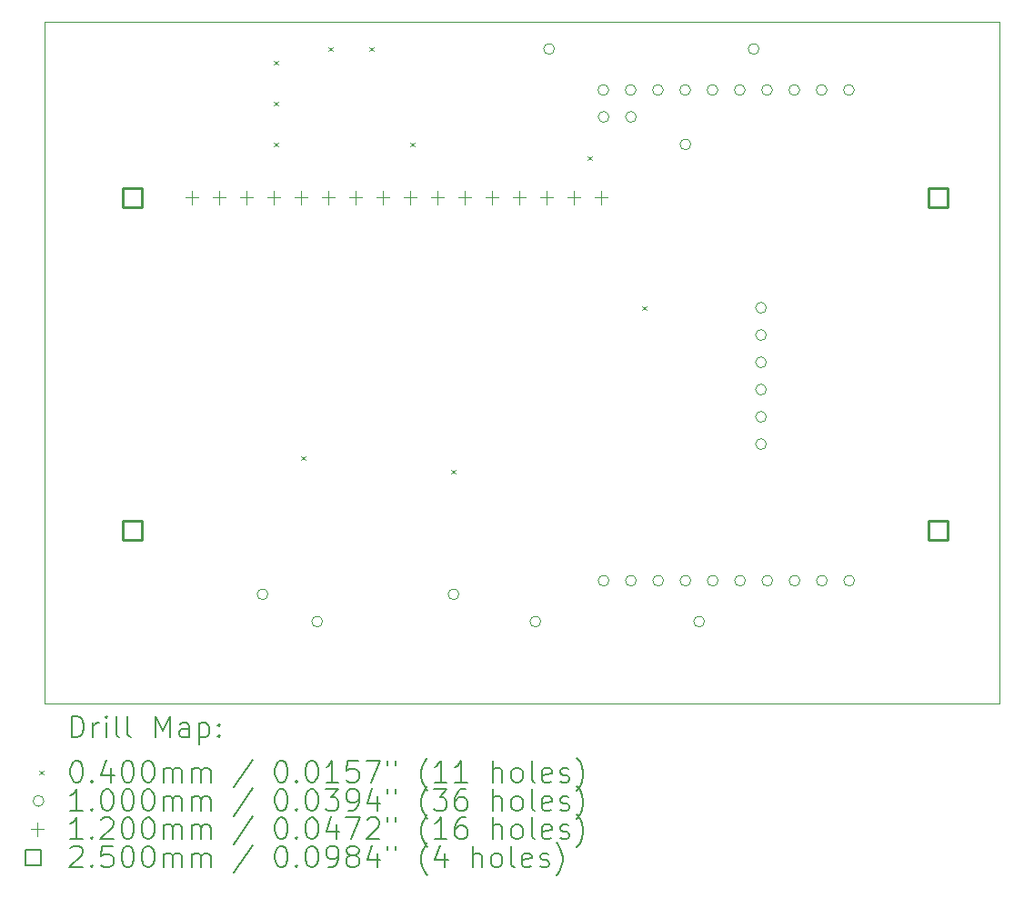
<source format=gbr>
%FSLAX45Y45*%
G04 Gerber Fmt 4.5, Leading zero omitted, Abs format (unit mm)*
G04 Created by KiCad (PCBNEW (6.0.4-0)) date 2022-04-09 01:41:47*
%MOMM*%
%LPD*%
G01*
G04 APERTURE LIST*
%TA.AperFunction,Profile*%
%ADD10C,0.100000*%
%TD*%
%ADD11C,0.200000*%
%ADD12C,0.040000*%
%ADD13C,0.100000*%
%ADD14C,0.120000*%
%ADD15C,0.250000*%
G04 APERTURE END LIST*
D10*
X16764000Y-9398000D02*
X7874000Y-9398000D01*
X7874000Y-9398000D02*
X7874000Y-15748000D01*
X7874000Y-15748000D02*
X16764000Y-15748000D01*
X16764000Y-15748000D02*
X16764000Y-9398000D01*
D11*
D12*
X10013000Y-9759000D02*
X10053000Y-9799000D01*
X10053000Y-9759000D02*
X10013000Y-9799000D01*
X10013000Y-10140000D02*
X10053000Y-10180000D01*
X10053000Y-10140000D02*
X10013000Y-10180000D01*
X10013000Y-10521000D02*
X10053000Y-10561000D01*
X10053000Y-10521000D02*
X10013000Y-10561000D01*
X10267000Y-13442000D02*
X10307000Y-13482000D01*
X10307000Y-13442000D02*
X10267000Y-13482000D01*
X10521000Y-9632000D02*
X10561000Y-9672000D01*
X10561000Y-9632000D02*
X10521000Y-9672000D01*
X10902000Y-9632000D02*
X10942000Y-9672000D01*
X10942000Y-9632000D02*
X10902000Y-9672000D01*
X11283000Y-10521000D02*
X11323000Y-10561000D01*
X11323000Y-10521000D02*
X11283000Y-10561000D01*
X11664000Y-13569000D02*
X11704000Y-13609000D01*
X11704000Y-13569000D02*
X11664000Y-13609000D01*
X11664000Y-13569000D02*
X11704000Y-13609000D01*
X11704000Y-13569000D02*
X11664000Y-13609000D01*
X12934000Y-10648000D02*
X12974000Y-10688000D01*
X12974000Y-10648000D02*
X12934000Y-10688000D01*
X13442000Y-12045000D02*
X13482000Y-12085000D01*
X13482000Y-12045000D02*
X13442000Y-12085000D01*
D13*
X9956000Y-14732000D02*
G75*
G03*
X9956000Y-14732000I-50000J0D01*
G01*
X10464000Y-14986000D02*
G75*
G03*
X10464000Y-14986000I-50000J0D01*
G01*
X11734000Y-14732000D02*
G75*
G03*
X11734000Y-14732000I-50000J0D01*
G01*
X12496000Y-14986000D02*
G75*
G03*
X12496000Y-14986000I-50000J0D01*
G01*
X12623000Y-9652000D02*
G75*
G03*
X12623000Y-9652000I-50000J0D01*
G01*
X13128000Y-10033000D02*
G75*
G03*
X13128000Y-10033000I-50000J0D01*
G01*
X13131000Y-10284500D02*
G75*
G03*
X13131000Y-10284500I-50000J0D01*
G01*
X13131000Y-14605000D02*
G75*
G03*
X13131000Y-14605000I-50000J0D01*
G01*
X13382000Y-10033000D02*
G75*
G03*
X13382000Y-10033000I-50000J0D01*
G01*
X13385000Y-10284500D02*
G75*
G03*
X13385000Y-10284500I-50000J0D01*
G01*
X13385000Y-14605000D02*
G75*
G03*
X13385000Y-14605000I-50000J0D01*
G01*
X13636000Y-10033000D02*
G75*
G03*
X13636000Y-10033000I-50000J0D01*
G01*
X13639000Y-14605000D02*
G75*
G03*
X13639000Y-14605000I-50000J0D01*
G01*
X13890000Y-10033000D02*
G75*
G03*
X13890000Y-10033000I-50000J0D01*
G01*
X13893000Y-10541000D02*
G75*
G03*
X13893000Y-10541000I-50000J0D01*
G01*
X13893000Y-14605000D02*
G75*
G03*
X13893000Y-14605000I-50000J0D01*
G01*
X14020000Y-14986000D02*
G75*
G03*
X14020000Y-14986000I-50000J0D01*
G01*
X14144000Y-10033000D02*
G75*
G03*
X14144000Y-10033000I-50000J0D01*
G01*
X14147000Y-14605000D02*
G75*
G03*
X14147000Y-14605000I-50000J0D01*
G01*
X14398000Y-10033000D02*
G75*
G03*
X14398000Y-10033000I-50000J0D01*
G01*
X14401000Y-14605000D02*
G75*
G03*
X14401000Y-14605000I-50000J0D01*
G01*
X14528000Y-9652000D02*
G75*
G03*
X14528000Y-9652000I-50000J0D01*
G01*
X14596000Y-12062500D02*
G75*
G03*
X14596000Y-12062500I-50000J0D01*
G01*
X14596000Y-12316500D02*
G75*
G03*
X14596000Y-12316500I-50000J0D01*
G01*
X14596000Y-12570500D02*
G75*
G03*
X14596000Y-12570500I-50000J0D01*
G01*
X14596000Y-12824500D02*
G75*
G03*
X14596000Y-12824500I-50000J0D01*
G01*
X14596000Y-13078500D02*
G75*
G03*
X14596000Y-13078500I-50000J0D01*
G01*
X14596000Y-13332500D02*
G75*
G03*
X14596000Y-13332500I-50000J0D01*
G01*
X14652000Y-10033000D02*
G75*
G03*
X14652000Y-10033000I-50000J0D01*
G01*
X14655000Y-14605000D02*
G75*
G03*
X14655000Y-14605000I-50000J0D01*
G01*
X14906000Y-10033000D02*
G75*
G03*
X14906000Y-10033000I-50000J0D01*
G01*
X14909000Y-14605000D02*
G75*
G03*
X14909000Y-14605000I-50000J0D01*
G01*
X15160000Y-10033000D02*
G75*
G03*
X15160000Y-10033000I-50000J0D01*
G01*
X15163000Y-14605000D02*
G75*
G03*
X15163000Y-14605000I-50000J0D01*
G01*
X15414000Y-10033000D02*
G75*
G03*
X15414000Y-10033000I-50000J0D01*
G01*
X15417000Y-14605000D02*
G75*
G03*
X15417000Y-14605000I-50000J0D01*
G01*
D14*
X9246000Y-10977250D02*
X9246000Y-11097250D01*
X9186000Y-11037250D02*
X9306000Y-11037250D01*
X9500000Y-10977250D02*
X9500000Y-11097250D01*
X9440000Y-11037250D02*
X9560000Y-11037250D01*
X9754000Y-10977250D02*
X9754000Y-11097250D01*
X9694000Y-11037250D02*
X9814000Y-11037250D01*
X10008000Y-10977250D02*
X10008000Y-11097250D01*
X9948000Y-11037250D02*
X10068000Y-11037250D01*
X10262000Y-10977250D02*
X10262000Y-11097250D01*
X10202000Y-11037250D02*
X10322000Y-11037250D01*
X10516000Y-10977250D02*
X10516000Y-11097250D01*
X10456000Y-11037250D02*
X10576000Y-11037250D01*
X10770000Y-10977250D02*
X10770000Y-11097250D01*
X10710000Y-11037250D02*
X10830000Y-11037250D01*
X11024000Y-10977250D02*
X11024000Y-11097250D01*
X10964000Y-11037250D02*
X11084000Y-11037250D01*
X11278000Y-10977250D02*
X11278000Y-11097250D01*
X11218000Y-11037250D02*
X11338000Y-11037250D01*
X11532000Y-10977250D02*
X11532000Y-11097250D01*
X11472000Y-11037250D02*
X11592000Y-11037250D01*
X11786000Y-10977250D02*
X11786000Y-11097250D01*
X11726000Y-11037250D02*
X11846000Y-11037250D01*
X12040000Y-10977250D02*
X12040000Y-11097250D01*
X11980000Y-11037250D02*
X12100000Y-11037250D01*
X12294000Y-10977250D02*
X12294000Y-11097250D01*
X12234000Y-11037250D02*
X12354000Y-11037250D01*
X12548000Y-10977250D02*
X12548000Y-11097250D01*
X12488000Y-11037250D02*
X12608000Y-11037250D01*
X12802000Y-10977250D02*
X12802000Y-11097250D01*
X12742000Y-11037250D02*
X12862000Y-11037250D01*
X13056000Y-10977250D02*
X13056000Y-11097250D01*
X12996000Y-11037250D02*
X13116000Y-11037250D01*
D15*
X8784479Y-11125639D02*
X8784479Y-10948861D01*
X8607701Y-10948861D01*
X8607701Y-11125639D01*
X8784479Y-11125639D01*
X8784479Y-14225709D02*
X8784479Y-14048931D01*
X8607701Y-14048931D01*
X8607701Y-14225709D01*
X8784479Y-14225709D01*
X16284337Y-14225709D02*
X16284337Y-14048931D01*
X16107559Y-14048931D01*
X16107559Y-14225709D01*
X16284337Y-14225709D01*
X16284389Y-11125639D02*
X16284389Y-10948861D01*
X16107611Y-10948861D01*
X16107611Y-11125639D01*
X16284389Y-11125639D01*
D11*
X8126619Y-16063476D02*
X8126619Y-15863476D01*
X8174238Y-15863476D01*
X8202809Y-15873000D01*
X8221857Y-15892048D01*
X8231381Y-15911095D01*
X8240905Y-15949190D01*
X8240905Y-15977762D01*
X8231381Y-16015857D01*
X8221857Y-16034905D01*
X8202809Y-16053952D01*
X8174238Y-16063476D01*
X8126619Y-16063476D01*
X8326619Y-16063476D02*
X8326619Y-15930143D01*
X8326619Y-15968238D02*
X8336143Y-15949190D01*
X8345667Y-15939667D01*
X8364714Y-15930143D01*
X8383762Y-15930143D01*
X8450429Y-16063476D02*
X8450429Y-15930143D01*
X8450429Y-15863476D02*
X8440905Y-15873000D01*
X8450429Y-15882524D01*
X8459952Y-15873000D01*
X8450429Y-15863476D01*
X8450429Y-15882524D01*
X8574238Y-16063476D02*
X8555190Y-16053952D01*
X8545667Y-16034905D01*
X8545667Y-15863476D01*
X8679000Y-16063476D02*
X8659952Y-16053952D01*
X8650429Y-16034905D01*
X8650429Y-15863476D01*
X8907571Y-16063476D02*
X8907571Y-15863476D01*
X8974238Y-16006333D01*
X9040905Y-15863476D01*
X9040905Y-16063476D01*
X9221857Y-16063476D02*
X9221857Y-15958714D01*
X9212333Y-15939667D01*
X9193286Y-15930143D01*
X9155190Y-15930143D01*
X9136143Y-15939667D01*
X9221857Y-16053952D02*
X9202810Y-16063476D01*
X9155190Y-16063476D01*
X9136143Y-16053952D01*
X9126619Y-16034905D01*
X9126619Y-16015857D01*
X9136143Y-15996809D01*
X9155190Y-15987286D01*
X9202810Y-15987286D01*
X9221857Y-15977762D01*
X9317095Y-15930143D02*
X9317095Y-16130143D01*
X9317095Y-15939667D02*
X9336143Y-15930143D01*
X9374238Y-15930143D01*
X9393286Y-15939667D01*
X9402810Y-15949190D01*
X9412333Y-15968238D01*
X9412333Y-16025381D01*
X9402810Y-16044428D01*
X9393286Y-16053952D01*
X9374238Y-16063476D01*
X9336143Y-16063476D01*
X9317095Y-16053952D01*
X9498048Y-16044428D02*
X9507571Y-16053952D01*
X9498048Y-16063476D01*
X9488524Y-16053952D01*
X9498048Y-16044428D01*
X9498048Y-16063476D01*
X9498048Y-15939667D02*
X9507571Y-15949190D01*
X9498048Y-15958714D01*
X9488524Y-15949190D01*
X9498048Y-15939667D01*
X9498048Y-15958714D01*
D12*
X7829000Y-16373000D02*
X7869000Y-16413000D01*
X7869000Y-16373000D02*
X7829000Y-16413000D01*
D11*
X8164714Y-16283476D02*
X8183762Y-16283476D01*
X8202809Y-16293000D01*
X8212333Y-16302524D01*
X8221857Y-16321571D01*
X8231381Y-16359667D01*
X8231381Y-16407286D01*
X8221857Y-16445381D01*
X8212333Y-16464428D01*
X8202809Y-16473952D01*
X8183762Y-16483476D01*
X8164714Y-16483476D01*
X8145667Y-16473952D01*
X8136143Y-16464428D01*
X8126619Y-16445381D01*
X8117095Y-16407286D01*
X8117095Y-16359667D01*
X8126619Y-16321571D01*
X8136143Y-16302524D01*
X8145667Y-16293000D01*
X8164714Y-16283476D01*
X8317095Y-16464428D02*
X8326619Y-16473952D01*
X8317095Y-16483476D01*
X8307571Y-16473952D01*
X8317095Y-16464428D01*
X8317095Y-16483476D01*
X8498048Y-16350143D02*
X8498048Y-16483476D01*
X8450429Y-16273952D02*
X8402810Y-16416809D01*
X8526619Y-16416809D01*
X8640905Y-16283476D02*
X8659952Y-16283476D01*
X8679000Y-16293000D01*
X8688524Y-16302524D01*
X8698048Y-16321571D01*
X8707571Y-16359667D01*
X8707571Y-16407286D01*
X8698048Y-16445381D01*
X8688524Y-16464428D01*
X8679000Y-16473952D01*
X8659952Y-16483476D01*
X8640905Y-16483476D01*
X8621857Y-16473952D01*
X8612333Y-16464428D01*
X8602810Y-16445381D01*
X8593286Y-16407286D01*
X8593286Y-16359667D01*
X8602810Y-16321571D01*
X8612333Y-16302524D01*
X8621857Y-16293000D01*
X8640905Y-16283476D01*
X8831381Y-16283476D02*
X8850429Y-16283476D01*
X8869476Y-16293000D01*
X8879000Y-16302524D01*
X8888524Y-16321571D01*
X8898048Y-16359667D01*
X8898048Y-16407286D01*
X8888524Y-16445381D01*
X8879000Y-16464428D01*
X8869476Y-16473952D01*
X8850429Y-16483476D01*
X8831381Y-16483476D01*
X8812333Y-16473952D01*
X8802810Y-16464428D01*
X8793286Y-16445381D01*
X8783762Y-16407286D01*
X8783762Y-16359667D01*
X8793286Y-16321571D01*
X8802810Y-16302524D01*
X8812333Y-16293000D01*
X8831381Y-16283476D01*
X8983762Y-16483476D02*
X8983762Y-16350143D01*
X8983762Y-16369190D02*
X8993286Y-16359667D01*
X9012333Y-16350143D01*
X9040905Y-16350143D01*
X9059952Y-16359667D01*
X9069476Y-16378714D01*
X9069476Y-16483476D01*
X9069476Y-16378714D02*
X9079000Y-16359667D01*
X9098048Y-16350143D01*
X9126619Y-16350143D01*
X9145667Y-16359667D01*
X9155190Y-16378714D01*
X9155190Y-16483476D01*
X9250429Y-16483476D02*
X9250429Y-16350143D01*
X9250429Y-16369190D02*
X9259952Y-16359667D01*
X9279000Y-16350143D01*
X9307571Y-16350143D01*
X9326619Y-16359667D01*
X9336143Y-16378714D01*
X9336143Y-16483476D01*
X9336143Y-16378714D02*
X9345667Y-16359667D01*
X9364714Y-16350143D01*
X9393286Y-16350143D01*
X9412333Y-16359667D01*
X9421857Y-16378714D01*
X9421857Y-16483476D01*
X9812333Y-16273952D02*
X9640905Y-16531095D01*
X10069476Y-16283476D02*
X10088524Y-16283476D01*
X10107571Y-16293000D01*
X10117095Y-16302524D01*
X10126619Y-16321571D01*
X10136143Y-16359667D01*
X10136143Y-16407286D01*
X10126619Y-16445381D01*
X10117095Y-16464428D01*
X10107571Y-16473952D01*
X10088524Y-16483476D01*
X10069476Y-16483476D01*
X10050429Y-16473952D01*
X10040905Y-16464428D01*
X10031381Y-16445381D01*
X10021857Y-16407286D01*
X10021857Y-16359667D01*
X10031381Y-16321571D01*
X10040905Y-16302524D01*
X10050429Y-16293000D01*
X10069476Y-16283476D01*
X10221857Y-16464428D02*
X10231381Y-16473952D01*
X10221857Y-16483476D01*
X10212333Y-16473952D01*
X10221857Y-16464428D01*
X10221857Y-16483476D01*
X10355190Y-16283476D02*
X10374238Y-16283476D01*
X10393286Y-16293000D01*
X10402810Y-16302524D01*
X10412333Y-16321571D01*
X10421857Y-16359667D01*
X10421857Y-16407286D01*
X10412333Y-16445381D01*
X10402810Y-16464428D01*
X10393286Y-16473952D01*
X10374238Y-16483476D01*
X10355190Y-16483476D01*
X10336143Y-16473952D01*
X10326619Y-16464428D01*
X10317095Y-16445381D01*
X10307571Y-16407286D01*
X10307571Y-16359667D01*
X10317095Y-16321571D01*
X10326619Y-16302524D01*
X10336143Y-16293000D01*
X10355190Y-16283476D01*
X10612333Y-16483476D02*
X10498048Y-16483476D01*
X10555190Y-16483476D02*
X10555190Y-16283476D01*
X10536143Y-16312048D01*
X10517095Y-16331095D01*
X10498048Y-16340619D01*
X10793286Y-16283476D02*
X10698048Y-16283476D01*
X10688524Y-16378714D01*
X10698048Y-16369190D01*
X10717095Y-16359667D01*
X10764714Y-16359667D01*
X10783762Y-16369190D01*
X10793286Y-16378714D01*
X10802810Y-16397762D01*
X10802810Y-16445381D01*
X10793286Y-16464428D01*
X10783762Y-16473952D01*
X10764714Y-16483476D01*
X10717095Y-16483476D01*
X10698048Y-16473952D01*
X10688524Y-16464428D01*
X10869476Y-16283476D02*
X11002810Y-16283476D01*
X10917095Y-16483476D01*
X11069476Y-16283476D02*
X11069476Y-16321571D01*
X11145667Y-16283476D02*
X11145667Y-16321571D01*
X11440905Y-16559667D02*
X11431381Y-16550143D01*
X11412333Y-16521571D01*
X11402809Y-16502524D01*
X11393286Y-16473952D01*
X11383762Y-16426333D01*
X11383762Y-16388238D01*
X11393286Y-16340619D01*
X11402809Y-16312048D01*
X11412333Y-16293000D01*
X11431381Y-16264428D01*
X11440905Y-16254905D01*
X11621857Y-16483476D02*
X11507571Y-16483476D01*
X11564714Y-16483476D02*
X11564714Y-16283476D01*
X11545667Y-16312048D01*
X11526619Y-16331095D01*
X11507571Y-16340619D01*
X11812333Y-16483476D02*
X11698048Y-16483476D01*
X11755190Y-16483476D02*
X11755190Y-16283476D01*
X11736143Y-16312048D01*
X11717095Y-16331095D01*
X11698048Y-16340619D01*
X12050428Y-16483476D02*
X12050428Y-16283476D01*
X12136143Y-16483476D02*
X12136143Y-16378714D01*
X12126619Y-16359667D01*
X12107571Y-16350143D01*
X12079000Y-16350143D01*
X12059952Y-16359667D01*
X12050428Y-16369190D01*
X12259952Y-16483476D02*
X12240905Y-16473952D01*
X12231381Y-16464428D01*
X12221857Y-16445381D01*
X12221857Y-16388238D01*
X12231381Y-16369190D01*
X12240905Y-16359667D01*
X12259952Y-16350143D01*
X12288524Y-16350143D01*
X12307571Y-16359667D01*
X12317095Y-16369190D01*
X12326619Y-16388238D01*
X12326619Y-16445381D01*
X12317095Y-16464428D01*
X12307571Y-16473952D01*
X12288524Y-16483476D01*
X12259952Y-16483476D01*
X12440905Y-16483476D02*
X12421857Y-16473952D01*
X12412333Y-16454905D01*
X12412333Y-16283476D01*
X12593286Y-16473952D02*
X12574238Y-16483476D01*
X12536143Y-16483476D01*
X12517095Y-16473952D01*
X12507571Y-16454905D01*
X12507571Y-16378714D01*
X12517095Y-16359667D01*
X12536143Y-16350143D01*
X12574238Y-16350143D01*
X12593286Y-16359667D01*
X12602809Y-16378714D01*
X12602809Y-16397762D01*
X12507571Y-16416809D01*
X12679000Y-16473952D02*
X12698048Y-16483476D01*
X12736143Y-16483476D01*
X12755190Y-16473952D01*
X12764714Y-16454905D01*
X12764714Y-16445381D01*
X12755190Y-16426333D01*
X12736143Y-16416809D01*
X12707571Y-16416809D01*
X12688524Y-16407286D01*
X12679000Y-16388238D01*
X12679000Y-16378714D01*
X12688524Y-16359667D01*
X12707571Y-16350143D01*
X12736143Y-16350143D01*
X12755190Y-16359667D01*
X12831381Y-16559667D02*
X12840905Y-16550143D01*
X12859952Y-16521571D01*
X12869476Y-16502524D01*
X12879000Y-16473952D01*
X12888524Y-16426333D01*
X12888524Y-16388238D01*
X12879000Y-16340619D01*
X12869476Y-16312048D01*
X12859952Y-16293000D01*
X12840905Y-16264428D01*
X12831381Y-16254905D01*
D13*
X7869000Y-16657000D02*
G75*
G03*
X7869000Y-16657000I-50000J0D01*
G01*
D11*
X8231381Y-16747476D02*
X8117095Y-16747476D01*
X8174238Y-16747476D02*
X8174238Y-16547476D01*
X8155190Y-16576048D01*
X8136143Y-16595095D01*
X8117095Y-16604619D01*
X8317095Y-16728428D02*
X8326619Y-16737952D01*
X8317095Y-16747476D01*
X8307571Y-16737952D01*
X8317095Y-16728428D01*
X8317095Y-16747476D01*
X8450429Y-16547476D02*
X8469476Y-16547476D01*
X8488524Y-16557000D01*
X8498048Y-16566524D01*
X8507571Y-16585571D01*
X8517095Y-16623667D01*
X8517095Y-16671286D01*
X8507571Y-16709381D01*
X8498048Y-16728428D01*
X8488524Y-16737952D01*
X8469476Y-16747476D01*
X8450429Y-16747476D01*
X8431381Y-16737952D01*
X8421857Y-16728428D01*
X8412333Y-16709381D01*
X8402810Y-16671286D01*
X8402810Y-16623667D01*
X8412333Y-16585571D01*
X8421857Y-16566524D01*
X8431381Y-16557000D01*
X8450429Y-16547476D01*
X8640905Y-16547476D02*
X8659952Y-16547476D01*
X8679000Y-16557000D01*
X8688524Y-16566524D01*
X8698048Y-16585571D01*
X8707571Y-16623667D01*
X8707571Y-16671286D01*
X8698048Y-16709381D01*
X8688524Y-16728428D01*
X8679000Y-16737952D01*
X8659952Y-16747476D01*
X8640905Y-16747476D01*
X8621857Y-16737952D01*
X8612333Y-16728428D01*
X8602810Y-16709381D01*
X8593286Y-16671286D01*
X8593286Y-16623667D01*
X8602810Y-16585571D01*
X8612333Y-16566524D01*
X8621857Y-16557000D01*
X8640905Y-16547476D01*
X8831381Y-16547476D02*
X8850429Y-16547476D01*
X8869476Y-16557000D01*
X8879000Y-16566524D01*
X8888524Y-16585571D01*
X8898048Y-16623667D01*
X8898048Y-16671286D01*
X8888524Y-16709381D01*
X8879000Y-16728428D01*
X8869476Y-16737952D01*
X8850429Y-16747476D01*
X8831381Y-16747476D01*
X8812333Y-16737952D01*
X8802810Y-16728428D01*
X8793286Y-16709381D01*
X8783762Y-16671286D01*
X8783762Y-16623667D01*
X8793286Y-16585571D01*
X8802810Y-16566524D01*
X8812333Y-16557000D01*
X8831381Y-16547476D01*
X8983762Y-16747476D02*
X8983762Y-16614143D01*
X8983762Y-16633190D02*
X8993286Y-16623667D01*
X9012333Y-16614143D01*
X9040905Y-16614143D01*
X9059952Y-16623667D01*
X9069476Y-16642714D01*
X9069476Y-16747476D01*
X9069476Y-16642714D02*
X9079000Y-16623667D01*
X9098048Y-16614143D01*
X9126619Y-16614143D01*
X9145667Y-16623667D01*
X9155190Y-16642714D01*
X9155190Y-16747476D01*
X9250429Y-16747476D02*
X9250429Y-16614143D01*
X9250429Y-16633190D02*
X9259952Y-16623667D01*
X9279000Y-16614143D01*
X9307571Y-16614143D01*
X9326619Y-16623667D01*
X9336143Y-16642714D01*
X9336143Y-16747476D01*
X9336143Y-16642714D02*
X9345667Y-16623667D01*
X9364714Y-16614143D01*
X9393286Y-16614143D01*
X9412333Y-16623667D01*
X9421857Y-16642714D01*
X9421857Y-16747476D01*
X9812333Y-16537952D02*
X9640905Y-16795095D01*
X10069476Y-16547476D02*
X10088524Y-16547476D01*
X10107571Y-16557000D01*
X10117095Y-16566524D01*
X10126619Y-16585571D01*
X10136143Y-16623667D01*
X10136143Y-16671286D01*
X10126619Y-16709381D01*
X10117095Y-16728428D01*
X10107571Y-16737952D01*
X10088524Y-16747476D01*
X10069476Y-16747476D01*
X10050429Y-16737952D01*
X10040905Y-16728428D01*
X10031381Y-16709381D01*
X10021857Y-16671286D01*
X10021857Y-16623667D01*
X10031381Y-16585571D01*
X10040905Y-16566524D01*
X10050429Y-16557000D01*
X10069476Y-16547476D01*
X10221857Y-16728428D02*
X10231381Y-16737952D01*
X10221857Y-16747476D01*
X10212333Y-16737952D01*
X10221857Y-16728428D01*
X10221857Y-16747476D01*
X10355190Y-16547476D02*
X10374238Y-16547476D01*
X10393286Y-16557000D01*
X10402810Y-16566524D01*
X10412333Y-16585571D01*
X10421857Y-16623667D01*
X10421857Y-16671286D01*
X10412333Y-16709381D01*
X10402810Y-16728428D01*
X10393286Y-16737952D01*
X10374238Y-16747476D01*
X10355190Y-16747476D01*
X10336143Y-16737952D01*
X10326619Y-16728428D01*
X10317095Y-16709381D01*
X10307571Y-16671286D01*
X10307571Y-16623667D01*
X10317095Y-16585571D01*
X10326619Y-16566524D01*
X10336143Y-16557000D01*
X10355190Y-16547476D01*
X10488524Y-16547476D02*
X10612333Y-16547476D01*
X10545667Y-16623667D01*
X10574238Y-16623667D01*
X10593286Y-16633190D01*
X10602810Y-16642714D01*
X10612333Y-16661762D01*
X10612333Y-16709381D01*
X10602810Y-16728428D01*
X10593286Y-16737952D01*
X10574238Y-16747476D01*
X10517095Y-16747476D01*
X10498048Y-16737952D01*
X10488524Y-16728428D01*
X10707571Y-16747476D02*
X10745667Y-16747476D01*
X10764714Y-16737952D01*
X10774238Y-16728428D01*
X10793286Y-16699857D01*
X10802810Y-16661762D01*
X10802810Y-16585571D01*
X10793286Y-16566524D01*
X10783762Y-16557000D01*
X10764714Y-16547476D01*
X10726619Y-16547476D01*
X10707571Y-16557000D01*
X10698048Y-16566524D01*
X10688524Y-16585571D01*
X10688524Y-16633190D01*
X10698048Y-16652238D01*
X10707571Y-16661762D01*
X10726619Y-16671286D01*
X10764714Y-16671286D01*
X10783762Y-16661762D01*
X10793286Y-16652238D01*
X10802810Y-16633190D01*
X10974238Y-16614143D02*
X10974238Y-16747476D01*
X10926619Y-16537952D02*
X10879000Y-16680809D01*
X11002810Y-16680809D01*
X11069476Y-16547476D02*
X11069476Y-16585571D01*
X11145667Y-16547476D02*
X11145667Y-16585571D01*
X11440905Y-16823667D02*
X11431381Y-16814143D01*
X11412333Y-16785571D01*
X11402809Y-16766524D01*
X11393286Y-16737952D01*
X11383762Y-16690333D01*
X11383762Y-16652238D01*
X11393286Y-16604619D01*
X11402809Y-16576048D01*
X11412333Y-16557000D01*
X11431381Y-16528428D01*
X11440905Y-16518905D01*
X11498048Y-16547476D02*
X11621857Y-16547476D01*
X11555190Y-16623667D01*
X11583762Y-16623667D01*
X11602809Y-16633190D01*
X11612333Y-16642714D01*
X11621857Y-16661762D01*
X11621857Y-16709381D01*
X11612333Y-16728428D01*
X11602809Y-16737952D01*
X11583762Y-16747476D01*
X11526619Y-16747476D01*
X11507571Y-16737952D01*
X11498048Y-16728428D01*
X11793286Y-16547476D02*
X11755190Y-16547476D01*
X11736143Y-16557000D01*
X11726619Y-16566524D01*
X11707571Y-16595095D01*
X11698048Y-16633190D01*
X11698048Y-16709381D01*
X11707571Y-16728428D01*
X11717095Y-16737952D01*
X11736143Y-16747476D01*
X11774238Y-16747476D01*
X11793286Y-16737952D01*
X11802809Y-16728428D01*
X11812333Y-16709381D01*
X11812333Y-16661762D01*
X11802809Y-16642714D01*
X11793286Y-16633190D01*
X11774238Y-16623667D01*
X11736143Y-16623667D01*
X11717095Y-16633190D01*
X11707571Y-16642714D01*
X11698048Y-16661762D01*
X12050428Y-16747476D02*
X12050428Y-16547476D01*
X12136143Y-16747476D02*
X12136143Y-16642714D01*
X12126619Y-16623667D01*
X12107571Y-16614143D01*
X12079000Y-16614143D01*
X12059952Y-16623667D01*
X12050428Y-16633190D01*
X12259952Y-16747476D02*
X12240905Y-16737952D01*
X12231381Y-16728428D01*
X12221857Y-16709381D01*
X12221857Y-16652238D01*
X12231381Y-16633190D01*
X12240905Y-16623667D01*
X12259952Y-16614143D01*
X12288524Y-16614143D01*
X12307571Y-16623667D01*
X12317095Y-16633190D01*
X12326619Y-16652238D01*
X12326619Y-16709381D01*
X12317095Y-16728428D01*
X12307571Y-16737952D01*
X12288524Y-16747476D01*
X12259952Y-16747476D01*
X12440905Y-16747476D02*
X12421857Y-16737952D01*
X12412333Y-16718905D01*
X12412333Y-16547476D01*
X12593286Y-16737952D02*
X12574238Y-16747476D01*
X12536143Y-16747476D01*
X12517095Y-16737952D01*
X12507571Y-16718905D01*
X12507571Y-16642714D01*
X12517095Y-16623667D01*
X12536143Y-16614143D01*
X12574238Y-16614143D01*
X12593286Y-16623667D01*
X12602809Y-16642714D01*
X12602809Y-16661762D01*
X12507571Y-16680809D01*
X12679000Y-16737952D02*
X12698048Y-16747476D01*
X12736143Y-16747476D01*
X12755190Y-16737952D01*
X12764714Y-16718905D01*
X12764714Y-16709381D01*
X12755190Y-16690333D01*
X12736143Y-16680809D01*
X12707571Y-16680809D01*
X12688524Y-16671286D01*
X12679000Y-16652238D01*
X12679000Y-16642714D01*
X12688524Y-16623667D01*
X12707571Y-16614143D01*
X12736143Y-16614143D01*
X12755190Y-16623667D01*
X12831381Y-16823667D02*
X12840905Y-16814143D01*
X12859952Y-16785571D01*
X12869476Y-16766524D01*
X12879000Y-16737952D01*
X12888524Y-16690333D01*
X12888524Y-16652238D01*
X12879000Y-16604619D01*
X12869476Y-16576048D01*
X12859952Y-16557000D01*
X12840905Y-16528428D01*
X12831381Y-16518905D01*
D14*
X7809000Y-16861000D02*
X7809000Y-16981000D01*
X7749000Y-16921000D02*
X7869000Y-16921000D01*
D11*
X8231381Y-17011476D02*
X8117095Y-17011476D01*
X8174238Y-17011476D02*
X8174238Y-16811476D01*
X8155190Y-16840048D01*
X8136143Y-16859095D01*
X8117095Y-16868619D01*
X8317095Y-16992429D02*
X8326619Y-17001952D01*
X8317095Y-17011476D01*
X8307571Y-17001952D01*
X8317095Y-16992429D01*
X8317095Y-17011476D01*
X8402810Y-16830524D02*
X8412333Y-16821000D01*
X8431381Y-16811476D01*
X8479000Y-16811476D01*
X8498048Y-16821000D01*
X8507571Y-16830524D01*
X8517095Y-16849571D01*
X8517095Y-16868619D01*
X8507571Y-16897190D01*
X8393286Y-17011476D01*
X8517095Y-17011476D01*
X8640905Y-16811476D02*
X8659952Y-16811476D01*
X8679000Y-16821000D01*
X8688524Y-16830524D01*
X8698048Y-16849571D01*
X8707571Y-16887667D01*
X8707571Y-16935286D01*
X8698048Y-16973381D01*
X8688524Y-16992429D01*
X8679000Y-17001952D01*
X8659952Y-17011476D01*
X8640905Y-17011476D01*
X8621857Y-17001952D01*
X8612333Y-16992429D01*
X8602810Y-16973381D01*
X8593286Y-16935286D01*
X8593286Y-16887667D01*
X8602810Y-16849571D01*
X8612333Y-16830524D01*
X8621857Y-16821000D01*
X8640905Y-16811476D01*
X8831381Y-16811476D02*
X8850429Y-16811476D01*
X8869476Y-16821000D01*
X8879000Y-16830524D01*
X8888524Y-16849571D01*
X8898048Y-16887667D01*
X8898048Y-16935286D01*
X8888524Y-16973381D01*
X8879000Y-16992429D01*
X8869476Y-17001952D01*
X8850429Y-17011476D01*
X8831381Y-17011476D01*
X8812333Y-17001952D01*
X8802810Y-16992429D01*
X8793286Y-16973381D01*
X8783762Y-16935286D01*
X8783762Y-16887667D01*
X8793286Y-16849571D01*
X8802810Y-16830524D01*
X8812333Y-16821000D01*
X8831381Y-16811476D01*
X8983762Y-17011476D02*
X8983762Y-16878143D01*
X8983762Y-16897190D02*
X8993286Y-16887667D01*
X9012333Y-16878143D01*
X9040905Y-16878143D01*
X9059952Y-16887667D01*
X9069476Y-16906714D01*
X9069476Y-17011476D01*
X9069476Y-16906714D02*
X9079000Y-16887667D01*
X9098048Y-16878143D01*
X9126619Y-16878143D01*
X9145667Y-16887667D01*
X9155190Y-16906714D01*
X9155190Y-17011476D01*
X9250429Y-17011476D02*
X9250429Y-16878143D01*
X9250429Y-16897190D02*
X9259952Y-16887667D01*
X9279000Y-16878143D01*
X9307571Y-16878143D01*
X9326619Y-16887667D01*
X9336143Y-16906714D01*
X9336143Y-17011476D01*
X9336143Y-16906714D02*
X9345667Y-16887667D01*
X9364714Y-16878143D01*
X9393286Y-16878143D01*
X9412333Y-16887667D01*
X9421857Y-16906714D01*
X9421857Y-17011476D01*
X9812333Y-16801952D02*
X9640905Y-17059095D01*
X10069476Y-16811476D02*
X10088524Y-16811476D01*
X10107571Y-16821000D01*
X10117095Y-16830524D01*
X10126619Y-16849571D01*
X10136143Y-16887667D01*
X10136143Y-16935286D01*
X10126619Y-16973381D01*
X10117095Y-16992429D01*
X10107571Y-17001952D01*
X10088524Y-17011476D01*
X10069476Y-17011476D01*
X10050429Y-17001952D01*
X10040905Y-16992429D01*
X10031381Y-16973381D01*
X10021857Y-16935286D01*
X10021857Y-16887667D01*
X10031381Y-16849571D01*
X10040905Y-16830524D01*
X10050429Y-16821000D01*
X10069476Y-16811476D01*
X10221857Y-16992429D02*
X10231381Y-17001952D01*
X10221857Y-17011476D01*
X10212333Y-17001952D01*
X10221857Y-16992429D01*
X10221857Y-17011476D01*
X10355190Y-16811476D02*
X10374238Y-16811476D01*
X10393286Y-16821000D01*
X10402810Y-16830524D01*
X10412333Y-16849571D01*
X10421857Y-16887667D01*
X10421857Y-16935286D01*
X10412333Y-16973381D01*
X10402810Y-16992429D01*
X10393286Y-17001952D01*
X10374238Y-17011476D01*
X10355190Y-17011476D01*
X10336143Y-17001952D01*
X10326619Y-16992429D01*
X10317095Y-16973381D01*
X10307571Y-16935286D01*
X10307571Y-16887667D01*
X10317095Y-16849571D01*
X10326619Y-16830524D01*
X10336143Y-16821000D01*
X10355190Y-16811476D01*
X10593286Y-16878143D02*
X10593286Y-17011476D01*
X10545667Y-16801952D02*
X10498048Y-16944810D01*
X10621857Y-16944810D01*
X10679000Y-16811476D02*
X10812333Y-16811476D01*
X10726619Y-17011476D01*
X10879000Y-16830524D02*
X10888524Y-16821000D01*
X10907571Y-16811476D01*
X10955190Y-16811476D01*
X10974238Y-16821000D01*
X10983762Y-16830524D01*
X10993286Y-16849571D01*
X10993286Y-16868619D01*
X10983762Y-16897190D01*
X10869476Y-17011476D01*
X10993286Y-17011476D01*
X11069476Y-16811476D02*
X11069476Y-16849571D01*
X11145667Y-16811476D02*
X11145667Y-16849571D01*
X11440905Y-17087667D02*
X11431381Y-17078143D01*
X11412333Y-17049571D01*
X11402809Y-17030524D01*
X11393286Y-17001952D01*
X11383762Y-16954333D01*
X11383762Y-16916238D01*
X11393286Y-16868619D01*
X11402809Y-16840048D01*
X11412333Y-16821000D01*
X11431381Y-16792429D01*
X11440905Y-16782905D01*
X11621857Y-17011476D02*
X11507571Y-17011476D01*
X11564714Y-17011476D02*
X11564714Y-16811476D01*
X11545667Y-16840048D01*
X11526619Y-16859095D01*
X11507571Y-16868619D01*
X11793286Y-16811476D02*
X11755190Y-16811476D01*
X11736143Y-16821000D01*
X11726619Y-16830524D01*
X11707571Y-16859095D01*
X11698048Y-16897190D01*
X11698048Y-16973381D01*
X11707571Y-16992429D01*
X11717095Y-17001952D01*
X11736143Y-17011476D01*
X11774238Y-17011476D01*
X11793286Y-17001952D01*
X11802809Y-16992429D01*
X11812333Y-16973381D01*
X11812333Y-16925762D01*
X11802809Y-16906714D01*
X11793286Y-16897190D01*
X11774238Y-16887667D01*
X11736143Y-16887667D01*
X11717095Y-16897190D01*
X11707571Y-16906714D01*
X11698048Y-16925762D01*
X12050428Y-17011476D02*
X12050428Y-16811476D01*
X12136143Y-17011476D02*
X12136143Y-16906714D01*
X12126619Y-16887667D01*
X12107571Y-16878143D01*
X12079000Y-16878143D01*
X12059952Y-16887667D01*
X12050428Y-16897190D01*
X12259952Y-17011476D02*
X12240905Y-17001952D01*
X12231381Y-16992429D01*
X12221857Y-16973381D01*
X12221857Y-16916238D01*
X12231381Y-16897190D01*
X12240905Y-16887667D01*
X12259952Y-16878143D01*
X12288524Y-16878143D01*
X12307571Y-16887667D01*
X12317095Y-16897190D01*
X12326619Y-16916238D01*
X12326619Y-16973381D01*
X12317095Y-16992429D01*
X12307571Y-17001952D01*
X12288524Y-17011476D01*
X12259952Y-17011476D01*
X12440905Y-17011476D02*
X12421857Y-17001952D01*
X12412333Y-16982905D01*
X12412333Y-16811476D01*
X12593286Y-17001952D02*
X12574238Y-17011476D01*
X12536143Y-17011476D01*
X12517095Y-17001952D01*
X12507571Y-16982905D01*
X12507571Y-16906714D01*
X12517095Y-16887667D01*
X12536143Y-16878143D01*
X12574238Y-16878143D01*
X12593286Y-16887667D01*
X12602809Y-16906714D01*
X12602809Y-16925762D01*
X12507571Y-16944810D01*
X12679000Y-17001952D02*
X12698048Y-17011476D01*
X12736143Y-17011476D01*
X12755190Y-17001952D01*
X12764714Y-16982905D01*
X12764714Y-16973381D01*
X12755190Y-16954333D01*
X12736143Y-16944810D01*
X12707571Y-16944810D01*
X12688524Y-16935286D01*
X12679000Y-16916238D01*
X12679000Y-16906714D01*
X12688524Y-16887667D01*
X12707571Y-16878143D01*
X12736143Y-16878143D01*
X12755190Y-16887667D01*
X12831381Y-17087667D02*
X12840905Y-17078143D01*
X12859952Y-17049571D01*
X12869476Y-17030524D01*
X12879000Y-17001952D01*
X12888524Y-16954333D01*
X12888524Y-16916238D01*
X12879000Y-16868619D01*
X12869476Y-16840048D01*
X12859952Y-16821000D01*
X12840905Y-16792429D01*
X12831381Y-16782905D01*
X7839711Y-17255711D02*
X7839711Y-17114289D01*
X7698289Y-17114289D01*
X7698289Y-17255711D01*
X7839711Y-17255711D01*
X8117095Y-17094524D02*
X8126619Y-17085000D01*
X8145667Y-17075476D01*
X8193286Y-17075476D01*
X8212333Y-17085000D01*
X8221857Y-17094524D01*
X8231381Y-17113571D01*
X8231381Y-17132619D01*
X8221857Y-17161190D01*
X8107571Y-17275476D01*
X8231381Y-17275476D01*
X8317095Y-17256429D02*
X8326619Y-17265952D01*
X8317095Y-17275476D01*
X8307571Y-17265952D01*
X8317095Y-17256429D01*
X8317095Y-17275476D01*
X8507571Y-17075476D02*
X8412333Y-17075476D01*
X8402810Y-17170714D01*
X8412333Y-17161190D01*
X8431381Y-17151667D01*
X8479000Y-17151667D01*
X8498048Y-17161190D01*
X8507571Y-17170714D01*
X8517095Y-17189762D01*
X8517095Y-17237381D01*
X8507571Y-17256429D01*
X8498048Y-17265952D01*
X8479000Y-17275476D01*
X8431381Y-17275476D01*
X8412333Y-17265952D01*
X8402810Y-17256429D01*
X8640905Y-17075476D02*
X8659952Y-17075476D01*
X8679000Y-17085000D01*
X8688524Y-17094524D01*
X8698048Y-17113571D01*
X8707571Y-17151667D01*
X8707571Y-17199286D01*
X8698048Y-17237381D01*
X8688524Y-17256429D01*
X8679000Y-17265952D01*
X8659952Y-17275476D01*
X8640905Y-17275476D01*
X8621857Y-17265952D01*
X8612333Y-17256429D01*
X8602810Y-17237381D01*
X8593286Y-17199286D01*
X8593286Y-17151667D01*
X8602810Y-17113571D01*
X8612333Y-17094524D01*
X8621857Y-17085000D01*
X8640905Y-17075476D01*
X8831381Y-17075476D02*
X8850429Y-17075476D01*
X8869476Y-17085000D01*
X8879000Y-17094524D01*
X8888524Y-17113571D01*
X8898048Y-17151667D01*
X8898048Y-17199286D01*
X8888524Y-17237381D01*
X8879000Y-17256429D01*
X8869476Y-17265952D01*
X8850429Y-17275476D01*
X8831381Y-17275476D01*
X8812333Y-17265952D01*
X8802810Y-17256429D01*
X8793286Y-17237381D01*
X8783762Y-17199286D01*
X8783762Y-17151667D01*
X8793286Y-17113571D01*
X8802810Y-17094524D01*
X8812333Y-17085000D01*
X8831381Y-17075476D01*
X8983762Y-17275476D02*
X8983762Y-17142143D01*
X8983762Y-17161190D02*
X8993286Y-17151667D01*
X9012333Y-17142143D01*
X9040905Y-17142143D01*
X9059952Y-17151667D01*
X9069476Y-17170714D01*
X9069476Y-17275476D01*
X9069476Y-17170714D02*
X9079000Y-17151667D01*
X9098048Y-17142143D01*
X9126619Y-17142143D01*
X9145667Y-17151667D01*
X9155190Y-17170714D01*
X9155190Y-17275476D01*
X9250429Y-17275476D02*
X9250429Y-17142143D01*
X9250429Y-17161190D02*
X9259952Y-17151667D01*
X9279000Y-17142143D01*
X9307571Y-17142143D01*
X9326619Y-17151667D01*
X9336143Y-17170714D01*
X9336143Y-17275476D01*
X9336143Y-17170714D02*
X9345667Y-17151667D01*
X9364714Y-17142143D01*
X9393286Y-17142143D01*
X9412333Y-17151667D01*
X9421857Y-17170714D01*
X9421857Y-17275476D01*
X9812333Y-17065952D02*
X9640905Y-17323095D01*
X10069476Y-17075476D02*
X10088524Y-17075476D01*
X10107571Y-17085000D01*
X10117095Y-17094524D01*
X10126619Y-17113571D01*
X10136143Y-17151667D01*
X10136143Y-17199286D01*
X10126619Y-17237381D01*
X10117095Y-17256429D01*
X10107571Y-17265952D01*
X10088524Y-17275476D01*
X10069476Y-17275476D01*
X10050429Y-17265952D01*
X10040905Y-17256429D01*
X10031381Y-17237381D01*
X10021857Y-17199286D01*
X10021857Y-17151667D01*
X10031381Y-17113571D01*
X10040905Y-17094524D01*
X10050429Y-17085000D01*
X10069476Y-17075476D01*
X10221857Y-17256429D02*
X10231381Y-17265952D01*
X10221857Y-17275476D01*
X10212333Y-17265952D01*
X10221857Y-17256429D01*
X10221857Y-17275476D01*
X10355190Y-17075476D02*
X10374238Y-17075476D01*
X10393286Y-17085000D01*
X10402810Y-17094524D01*
X10412333Y-17113571D01*
X10421857Y-17151667D01*
X10421857Y-17199286D01*
X10412333Y-17237381D01*
X10402810Y-17256429D01*
X10393286Y-17265952D01*
X10374238Y-17275476D01*
X10355190Y-17275476D01*
X10336143Y-17265952D01*
X10326619Y-17256429D01*
X10317095Y-17237381D01*
X10307571Y-17199286D01*
X10307571Y-17151667D01*
X10317095Y-17113571D01*
X10326619Y-17094524D01*
X10336143Y-17085000D01*
X10355190Y-17075476D01*
X10517095Y-17275476D02*
X10555190Y-17275476D01*
X10574238Y-17265952D01*
X10583762Y-17256429D01*
X10602810Y-17227857D01*
X10612333Y-17189762D01*
X10612333Y-17113571D01*
X10602810Y-17094524D01*
X10593286Y-17085000D01*
X10574238Y-17075476D01*
X10536143Y-17075476D01*
X10517095Y-17085000D01*
X10507571Y-17094524D01*
X10498048Y-17113571D01*
X10498048Y-17161190D01*
X10507571Y-17180238D01*
X10517095Y-17189762D01*
X10536143Y-17199286D01*
X10574238Y-17199286D01*
X10593286Y-17189762D01*
X10602810Y-17180238D01*
X10612333Y-17161190D01*
X10726619Y-17161190D02*
X10707571Y-17151667D01*
X10698048Y-17142143D01*
X10688524Y-17123095D01*
X10688524Y-17113571D01*
X10698048Y-17094524D01*
X10707571Y-17085000D01*
X10726619Y-17075476D01*
X10764714Y-17075476D01*
X10783762Y-17085000D01*
X10793286Y-17094524D01*
X10802810Y-17113571D01*
X10802810Y-17123095D01*
X10793286Y-17142143D01*
X10783762Y-17151667D01*
X10764714Y-17161190D01*
X10726619Y-17161190D01*
X10707571Y-17170714D01*
X10698048Y-17180238D01*
X10688524Y-17199286D01*
X10688524Y-17237381D01*
X10698048Y-17256429D01*
X10707571Y-17265952D01*
X10726619Y-17275476D01*
X10764714Y-17275476D01*
X10783762Y-17265952D01*
X10793286Y-17256429D01*
X10802810Y-17237381D01*
X10802810Y-17199286D01*
X10793286Y-17180238D01*
X10783762Y-17170714D01*
X10764714Y-17161190D01*
X10974238Y-17142143D02*
X10974238Y-17275476D01*
X10926619Y-17065952D02*
X10879000Y-17208810D01*
X11002810Y-17208810D01*
X11069476Y-17075476D02*
X11069476Y-17113571D01*
X11145667Y-17075476D02*
X11145667Y-17113571D01*
X11440905Y-17351667D02*
X11431381Y-17342143D01*
X11412333Y-17313571D01*
X11402809Y-17294524D01*
X11393286Y-17265952D01*
X11383762Y-17218333D01*
X11383762Y-17180238D01*
X11393286Y-17132619D01*
X11402809Y-17104048D01*
X11412333Y-17085000D01*
X11431381Y-17056429D01*
X11440905Y-17046905D01*
X11602809Y-17142143D02*
X11602809Y-17275476D01*
X11555190Y-17065952D02*
X11507571Y-17208810D01*
X11631381Y-17208810D01*
X11859952Y-17275476D02*
X11859952Y-17075476D01*
X11945667Y-17275476D02*
X11945667Y-17170714D01*
X11936143Y-17151667D01*
X11917095Y-17142143D01*
X11888524Y-17142143D01*
X11869476Y-17151667D01*
X11859952Y-17161190D01*
X12069476Y-17275476D02*
X12050428Y-17265952D01*
X12040905Y-17256429D01*
X12031381Y-17237381D01*
X12031381Y-17180238D01*
X12040905Y-17161190D01*
X12050428Y-17151667D01*
X12069476Y-17142143D01*
X12098048Y-17142143D01*
X12117095Y-17151667D01*
X12126619Y-17161190D01*
X12136143Y-17180238D01*
X12136143Y-17237381D01*
X12126619Y-17256429D01*
X12117095Y-17265952D01*
X12098048Y-17275476D01*
X12069476Y-17275476D01*
X12250428Y-17275476D02*
X12231381Y-17265952D01*
X12221857Y-17246905D01*
X12221857Y-17075476D01*
X12402809Y-17265952D02*
X12383762Y-17275476D01*
X12345667Y-17275476D01*
X12326619Y-17265952D01*
X12317095Y-17246905D01*
X12317095Y-17170714D01*
X12326619Y-17151667D01*
X12345667Y-17142143D01*
X12383762Y-17142143D01*
X12402809Y-17151667D01*
X12412333Y-17170714D01*
X12412333Y-17189762D01*
X12317095Y-17208810D01*
X12488524Y-17265952D02*
X12507571Y-17275476D01*
X12545667Y-17275476D01*
X12564714Y-17265952D01*
X12574238Y-17246905D01*
X12574238Y-17237381D01*
X12564714Y-17218333D01*
X12545667Y-17208810D01*
X12517095Y-17208810D01*
X12498048Y-17199286D01*
X12488524Y-17180238D01*
X12488524Y-17170714D01*
X12498048Y-17151667D01*
X12517095Y-17142143D01*
X12545667Y-17142143D01*
X12564714Y-17151667D01*
X12640905Y-17351667D02*
X12650428Y-17342143D01*
X12669476Y-17313571D01*
X12679000Y-17294524D01*
X12688524Y-17265952D01*
X12698048Y-17218333D01*
X12698048Y-17180238D01*
X12688524Y-17132619D01*
X12679000Y-17104048D01*
X12669476Y-17085000D01*
X12650428Y-17056429D01*
X12640905Y-17046905D01*
M02*

</source>
